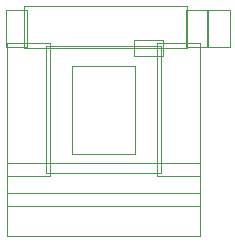
<source format=gbr>
G04 #@! TF.GenerationSoftware,KiCad,Pcbnew,(5.0.0)*
G04 #@! TF.CreationDate,2018-10-21T00:31:13-03:00*
G04 #@! TF.ProjectId,picdev8pin,7069636465763870696E2E6B69636164,rev?*
G04 #@! TF.SameCoordinates,Original*
G04 #@! TF.FileFunction,Other,User*
%FSLAX46Y46*%
G04 Gerber Fmt 4.6, Leading zero omitted, Abs format (unit mm)*
G04 Created by KiCad (PCBNEW (5.0.0)) date 10/21/18 00:31:13*
%MOMM*%
%LPD*%
G01*
G04 APERTURE LIST*
%ADD10C,0.050000*%
G04 APERTURE END LIST*
D10*
G04 #@! TO.C,J1*
X108019001Y-38630000D02*
X108019001Y-35030000D01*
X94269001Y-38630000D02*
X108019001Y-38630000D01*
X94269001Y-35030000D02*
X94269001Y-38630000D01*
X108019001Y-35030000D02*
X94269001Y-35030000D01*
G04 #@! TO.C,U1*
X98265000Y-40118000D02*
X98265000Y-47578000D01*
X103665000Y-40118000D02*
X103665000Y-47578000D01*
X103665000Y-47578000D02*
X98265000Y-47578000D01*
X103665000Y-40118000D02*
X98265000Y-40118000D01*
G04 #@! TO.C,U2*
X105855000Y-38455000D02*
X96055000Y-38455000D01*
X105855000Y-49155000D02*
X105855000Y-38455000D01*
X96055000Y-49155000D02*
X105855000Y-49155000D01*
X96055000Y-38455000D02*
X96055000Y-49155000D01*
G04 #@! TO.C,C1*
X106025000Y-39308000D02*
X103525000Y-39308000D01*
X106025000Y-39308000D02*
X106025000Y-37908000D01*
X103525000Y-37908000D02*
X103525000Y-39308000D01*
X103525000Y-37908000D02*
X106025000Y-37908000D01*
G04 #@! TO.C,J2*
X105515000Y-38205000D02*
X105515000Y-49405000D01*
X105515000Y-49405000D02*
X109115000Y-49405000D01*
X109115000Y-49405000D02*
X109115000Y-38205000D01*
X109115000Y-38205000D02*
X105515000Y-38205000D01*
G04 #@! TO.C,J3*
X96415000Y-38205000D02*
X92815000Y-38205000D01*
X96415000Y-49405000D02*
X96415000Y-38205000D01*
X92815000Y-49405000D02*
X96415000Y-49405000D01*
X92815000Y-38205000D02*
X92815000Y-49405000D01*
G04 #@! TO.C,J4*
X92815000Y-48365000D02*
X92815000Y-51965000D01*
X109115000Y-48365000D02*
X92815000Y-48365000D01*
X109115000Y-51965000D02*
X109115000Y-48365000D01*
X92815000Y-51965000D02*
X109115000Y-51965000D01*
G04 #@! TO.C,J5*
X92815000Y-50905000D02*
X92815000Y-54505000D01*
X109115000Y-50905000D02*
X92815000Y-50905000D01*
X109115000Y-54505000D02*
X109115000Y-50905000D01*
X92815000Y-54505000D02*
X109115000Y-54505000D01*
G04 #@! TO.C,R1*
X92699000Y-38507000D02*
X92699000Y-35407000D01*
X92699000Y-38507000D02*
X94499000Y-38507000D01*
X94499000Y-35407000D02*
X92699000Y-35407000D01*
X94499000Y-35407000D02*
X94499000Y-38507000D01*
G04 #@! TO.C,R2*
X109739000Y-35407000D02*
X109739000Y-38507000D01*
X109739000Y-35407000D02*
X107939000Y-35407000D01*
X107939000Y-38507000D02*
X109739000Y-38507000D01*
X107939000Y-38507000D02*
X107939000Y-35407000D01*
G04 #@! TO.C,R3*
X109844000Y-38507000D02*
X109844000Y-35407000D01*
X109844000Y-38507000D02*
X111644000Y-38507000D01*
X111644000Y-35407000D02*
X109844000Y-35407000D01*
X111644000Y-35407000D02*
X111644000Y-38507000D01*
G04 #@! TD*
M02*

</source>
